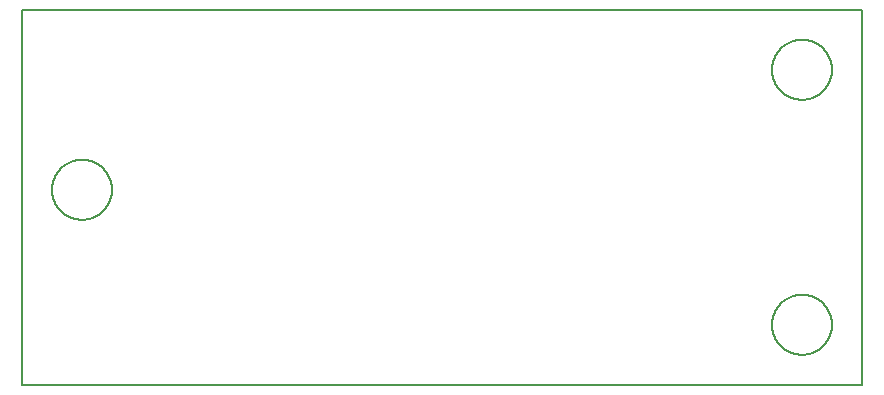
<source format=gbp>
G75*
%MOIN*%
%OFA0B0*%
%FSLAX25Y25*%
%IPPOS*%
%LPD*%
%AMOC8*
5,1,8,0,0,1.08239X$1,22.5*
%
%ADD10C,0.00600*%
%ADD11C,0.00500*%
D10*
X0001300Y0001300D02*
X0281300Y0001300D01*
X0281300Y0126300D01*
X0001300Y0126300D01*
X0001300Y0001300D01*
D11*
X0011300Y0066300D02*
X0011303Y0066545D01*
X0011312Y0066791D01*
X0011327Y0067036D01*
X0011348Y0067280D01*
X0011375Y0067524D01*
X0011408Y0067767D01*
X0011447Y0068010D01*
X0011492Y0068251D01*
X0011543Y0068491D01*
X0011600Y0068730D01*
X0011662Y0068967D01*
X0011731Y0069203D01*
X0011805Y0069437D01*
X0011885Y0069669D01*
X0011970Y0069899D01*
X0012061Y0070127D01*
X0012158Y0070352D01*
X0012260Y0070576D01*
X0012368Y0070796D01*
X0012481Y0071014D01*
X0012599Y0071229D01*
X0012723Y0071441D01*
X0012851Y0071650D01*
X0012985Y0071856D01*
X0013124Y0072058D01*
X0013268Y0072257D01*
X0013417Y0072452D01*
X0013570Y0072644D01*
X0013728Y0072832D01*
X0013890Y0073016D01*
X0014058Y0073195D01*
X0014229Y0073371D01*
X0014405Y0073542D01*
X0014584Y0073710D01*
X0014768Y0073872D01*
X0014956Y0074030D01*
X0015148Y0074183D01*
X0015343Y0074332D01*
X0015542Y0074476D01*
X0015744Y0074615D01*
X0015950Y0074749D01*
X0016159Y0074877D01*
X0016371Y0075001D01*
X0016586Y0075119D01*
X0016804Y0075232D01*
X0017024Y0075340D01*
X0017248Y0075442D01*
X0017473Y0075539D01*
X0017701Y0075630D01*
X0017931Y0075715D01*
X0018163Y0075795D01*
X0018397Y0075869D01*
X0018633Y0075938D01*
X0018870Y0076000D01*
X0019109Y0076057D01*
X0019349Y0076108D01*
X0019590Y0076153D01*
X0019833Y0076192D01*
X0020076Y0076225D01*
X0020320Y0076252D01*
X0020564Y0076273D01*
X0020809Y0076288D01*
X0021055Y0076297D01*
X0021300Y0076300D01*
X0021545Y0076297D01*
X0021791Y0076288D01*
X0022036Y0076273D01*
X0022280Y0076252D01*
X0022524Y0076225D01*
X0022767Y0076192D01*
X0023010Y0076153D01*
X0023251Y0076108D01*
X0023491Y0076057D01*
X0023730Y0076000D01*
X0023967Y0075938D01*
X0024203Y0075869D01*
X0024437Y0075795D01*
X0024669Y0075715D01*
X0024899Y0075630D01*
X0025127Y0075539D01*
X0025352Y0075442D01*
X0025576Y0075340D01*
X0025796Y0075232D01*
X0026014Y0075119D01*
X0026229Y0075001D01*
X0026441Y0074877D01*
X0026650Y0074749D01*
X0026856Y0074615D01*
X0027058Y0074476D01*
X0027257Y0074332D01*
X0027452Y0074183D01*
X0027644Y0074030D01*
X0027832Y0073872D01*
X0028016Y0073710D01*
X0028195Y0073542D01*
X0028371Y0073371D01*
X0028542Y0073195D01*
X0028710Y0073016D01*
X0028872Y0072832D01*
X0029030Y0072644D01*
X0029183Y0072452D01*
X0029332Y0072257D01*
X0029476Y0072058D01*
X0029615Y0071856D01*
X0029749Y0071650D01*
X0029877Y0071441D01*
X0030001Y0071229D01*
X0030119Y0071014D01*
X0030232Y0070796D01*
X0030340Y0070576D01*
X0030442Y0070352D01*
X0030539Y0070127D01*
X0030630Y0069899D01*
X0030715Y0069669D01*
X0030795Y0069437D01*
X0030869Y0069203D01*
X0030938Y0068967D01*
X0031000Y0068730D01*
X0031057Y0068491D01*
X0031108Y0068251D01*
X0031153Y0068010D01*
X0031192Y0067767D01*
X0031225Y0067524D01*
X0031252Y0067280D01*
X0031273Y0067036D01*
X0031288Y0066791D01*
X0031297Y0066545D01*
X0031300Y0066300D01*
X0031297Y0066055D01*
X0031288Y0065809D01*
X0031273Y0065564D01*
X0031252Y0065320D01*
X0031225Y0065076D01*
X0031192Y0064833D01*
X0031153Y0064590D01*
X0031108Y0064349D01*
X0031057Y0064109D01*
X0031000Y0063870D01*
X0030938Y0063633D01*
X0030869Y0063397D01*
X0030795Y0063163D01*
X0030715Y0062931D01*
X0030630Y0062701D01*
X0030539Y0062473D01*
X0030442Y0062248D01*
X0030340Y0062024D01*
X0030232Y0061804D01*
X0030119Y0061586D01*
X0030001Y0061371D01*
X0029877Y0061159D01*
X0029749Y0060950D01*
X0029615Y0060744D01*
X0029476Y0060542D01*
X0029332Y0060343D01*
X0029183Y0060148D01*
X0029030Y0059956D01*
X0028872Y0059768D01*
X0028710Y0059584D01*
X0028542Y0059405D01*
X0028371Y0059229D01*
X0028195Y0059058D01*
X0028016Y0058890D01*
X0027832Y0058728D01*
X0027644Y0058570D01*
X0027452Y0058417D01*
X0027257Y0058268D01*
X0027058Y0058124D01*
X0026856Y0057985D01*
X0026650Y0057851D01*
X0026441Y0057723D01*
X0026229Y0057599D01*
X0026014Y0057481D01*
X0025796Y0057368D01*
X0025576Y0057260D01*
X0025352Y0057158D01*
X0025127Y0057061D01*
X0024899Y0056970D01*
X0024669Y0056885D01*
X0024437Y0056805D01*
X0024203Y0056731D01*
X0023967Y0056662D01*
X0023730Y0056600D01*
X0023491Y0056543D01*
X0023251Y0056492D01*
X0023010Y0056447D01*
X0022767Y0056408D01*
X0022524Y0056375D01*
X0022280Y0056348D01*
X0022036Y0056327D01*
X0021791Y0056312D01*
X0021545Y0056303D01*
X0021300Y0056300D01*
X0021055Y0056303D01*
X0020809Y0056312D01*
X0020564Y0056327D01*
X0020320Y0056348D01*
X0020076Y0056375D01*
X0019833Y0056408D01*
X0019590Y0056447D01*
X0019349Y0056492D01*
X0019109Y0056543D01*
X0018870Y0056600D01*
X0018633Y0056662D01*
X0018397Y0056731D01*
X0018163Y0056805D01*
X0017931Y0056885D01*
X0017701Y0056970D01*
X0017473Y0057061D01*
X0017248Y0057158D01*
X0017024Y0057260D01*
X0016804Y0057368D01*
X0016586Y0057481D01*
X0016371Y0057599D01*
X0016159Y0057723D01*
X0015950Y0057851D01*
X0015744Y0057985D01*
X0015542Y0058124D01*
X0015343Y0058268D01*
X0015148Y0058417D01*
X0014956Y0058570D01*
X0014768Y0058728D01*
X0014584Y0058890D01*
X0014405Y0059058D01*
X0014229Y0059229D01*
X0014058Y0059405D01*
X0013890Y0059584D01*
X0013728Y0059768D01*
X0013570Y0059956D01*
X0013417Y0060148D01*
X0013268Y0060343D01*
X0013124Y0060542D01*
X0012985Y0060744D01*
X0012851Y0060950D01*
X0012723Y0061159D01*
X0012599Y0061371D01*
X0012481Y0061586D01*
X0012368Y0061804D01*
X0012260Y0062024D01*
X0012158Y0062248D01*
X0012061Y0062473D01*
X0011970Y0062701D01*
X0011885Y0062931D01*
X0011805Y0063163D01*
X0011731Y0063397D01*
X0011662Y0063633D01*
X0011600Y0063870D01*
X0011543Y0064109D01*
X0011492Y0064349D01*
X0011447Y0064590D01*
X0011408Y0064833D01*
X0011375Y0065076D01*
X0011348Y0065320D01*
X0011327Y0065564D01*
X0011312Y0065809D01*
X0011303Y0066055D01*
X0011300Y0066300D01*
X0251300Y0106300D02*
X0251303Y0106545D01*
X0251312Y0106791D01*
X0251327Y0107036D01*
X0251348Y0107280D01*
X0251375Y0107524D01*
X0251408Y0107767D01*
X0251447Y0108010D01*
X0251492Y0108251D01*
X0251543Y0108491D01*
X0251600Y0108730D01*
X0251662Y0108967D01*
X0251731Y0109203D01*
X0251805Y0109437D01*
X0251885Y0109669D01*
X0251970Y0109899D01*
X0252061Y0110127D01*
X0252158Y0110352D01*
X0252260Y0110576D01*
X0252368Y0110796D01*
X0252481Y0111014D01*
X0252599Y0111229D01*
X0252723Y0111441D01*
X0252851Y0111650D01*
X0252985Y0111856D01*
X0253124Y0112058D01*
X0253268Y0112257D01*
X0253417Y0112452D01*
X0253570Y0112644D01*
X0253728Y0112832D01*
X0253890Y0113016D01*
X0254058Y0113195D01*
X0254229Y0113371D01*
X0254405Y0113542D01*
X0254584Y0113710D01*
X0254768Y0113872D01*
X0254956Y0114030D01*
X0255148Y0114183D01*
X0255343Y0114332D01*
X0255542Y0114476D01*
X0255744Y0114615D01*
X0255950Y0114749D01*
X0256159Y0114877D01*
X0256371Y0115001D01*
X0256586Y0115119D01*
X0256804Y0115232D01*
X0257024Y0115340D01*
X0257248Y0115442D01*
X0257473Y0115539D01*
X0257701Y0115630D01*
X0257931Y0115715D01*
X0258163Y0115795D01*
X0258397Y0115869D01*
X0258633Y0115938D01*
X0258870Y0116000D01*
X0259109Y0116057D01*
X0259349Y0116108D01*
X0259590Y0116153D01*
X0259833Y0116192D01*
X0260076Y0116225D01*
X0260320Y0116252D01*
X0260564Y0116273D01*
X0260809Y0116288D01*
X0261055Y0116297D01*
X0261300Y0116300D01*
X0261545Y0116297D01*
X0261791Y0116288D01*
X0262036Y0116273D01*
X0262280Y0116252D01*
X0262524Y0116225D01*
X0262767Y0116192D01*
X0263010Y0116153D01*
X0263251Y0116108D01*
X0263491Y0116057D01*
X0263730Y0116000D01*
X0263967Y0115938D01*
X0264203Y0115869D01*
X0264437Y0115795D01*
X0264669Y0115715D01*
X0264899Y0115630D01*
X0265127Y0115539D01*
X0265352Y0115442D01*
X0265576Y0115340D01*
X0265796Y0115232D01*
X0266014Y0115119D01*
X0266229Y0115001D01*
X0266441Y0114877D01*
X0266650Y0114749D01*
X0266856Y0114615D01*
X0267058Y0114476D01*
X0267257Y0114332D01*
X0267452Y0114183D01*
X0267644Y0114030D01*
X0267832Y0113872D01*
X0268016Y0113710D01*
X0268195Y0113542D01*
X0268371Y0113371D01*
X0268542Y0113195D01*
X0268710Y0113016D01*
X0268872Y0112832D01*
X0269030Y0112644D01*
X0269183Y0112452D01*
X0269332Y0112257D01*
X0269476Y0112058D01*
X0269615Y0111856D01*
X0269749Y0111650D01*
X0269877Y0111441D01*
X0270001Y0111229D01*
X0270119Y0111014D01*
X0270232Y0110796D01*
X0270340Y0110576D01*
X0270442Y0110352D01*
X0270539Y0110127D01*
X0270630Y0109899D01*
X0270715Y0109669D01*
X0270795Y0109437D01*
X0270869Y0109203D01*
X0270938Y0108967D01*
X0271000Y0108730D01*
X0271057Y0108491D01*
X0271108Y0108251D01*
X0271153Y0108010D01*
X0271192Y0107767D01*
X0271225Y0107524D01*
X0271252Y0107280D01*
X0271273Y0107036D01*
X0271288Y0106791D01*
X0271297Y0106545D01*
X0271300Y0106300D01*
X0271297Y0106055D01*
X0271288Y0105809D01*
X0271273Y0105564D01*
X0271252Y0105320D01*
X0271225Y0105076D01*
X0271192Y0104833D01*
X0271153Y0104590D01*
X0271108Y0104349D01*
X0271057Y0104109D01*
X0271000Y0103870D01*
X0270938Y0103633D01*
X0270869Y0103397D01*
X0270795Y0103163D01*
X0270715Y0102931D01*
X0270630Y0102701D01*
X0270539Y0102473D01*
X0270442Y0102248D01*
X0270340Y0102024D01*
X0270232Y0101804D01*
X0270119Y0101586D01*
X0270001Y0101371D01*
X0269877Y0101159D01*
X0269749Y0100950D01*
X0269615Y0100744D01*
X0269476Y0100542D01*
X0269332Y0100343D01*
X0269183Y0100148D01*
X0269030Y0099956D01*
X0268872Y0099768D01*
X0268710Y0099584D01*
X0268542Y0099405D01*
X0268371Y0099229D01*
X0268195Y0099058D01*
X0268016Y0098890D01*
X0267832Y0098728D01*
X0267644Y0098570D01*
X0267452Y0098417D01*
X0267257Y0098268D01*
X0267058Y0098124D01*
X0266856Y0097985D01*
X0266650Y0097851D01*
X0266441Y0097723D01*
X0266229Y0097599D01*
X0266014Y0097481D01*
X0265796Y0097368D01*
X0265576Y0097260D01*
X0265352Y0097158D01*
X0265127Y0097061D01*
X0264899Y0096970D01*
X0264669Y0096885D01*
X0264437Y0096805D01*
X0264203Y0096731D01*
X0263967Y0096662D01*
X0263730Y0096600D01*
X0263491Y0096543D01*
X0263251Y0096492D01*
X0263010Y0096447D01*
X0262767Y0096408D01*
X0262524Y0096375D01*
X0262280Y0096348D01*
X0262036Y0096327D01*
X0261791Y0096312D01*
X0261545Y0096303D01*
X0261300Y0096300D01*
X0261055Y0096303D01*
X0260809Y0096312D01*
X0260564Y0096327D01*
X0260320Y0096348D01*
X0260076Y0096375D01*
X0259833Y0096408D01*
X0259590Y0096447D01*
X0259349Y0096492D01*
X0259109Y0096543D01*
X0258870Y0096600D01*
X0258633Y0096662D01*
X0258397Y0096731D01*
X0258163Y0096805D01*
X0257931Y0096885D01*
X0257701Y0096970D01*
X0257473Y0097061D01*
X0257248Y0097158D01*
X0257024Y0097260D01*
X0256804Y0097368D01*
X0256586Y0097481D01*
X0256371Y0097599D01*
X0256159Y0097723D01*
X0255950Y0097851D01*
X0255744Y0097985D01*
X0255542Y0098124D01*
X0255343Y0098268D01*
X0255148Y0098417D01*
X0254956Y0098570D01*
X0254768Y0098728D01*
X0254584Y0098890D01*
X0254405Y0099058D01*
X0254229Y0099229D01*
X0254058Y0099405D01*
X0253890Y0099584D01*
X0253728Y0099768D01*
X0253570Y0099956D01*
X0253417Y0100148D01*
X0253268Y0100343D01*
X0253124Y0100542D01*
X0252985Y0100744D01*
X0252851Y0100950D01*
X0252723Y0101159D01*
X0252599Y0101371D01*
X0252481Y0101586D01*
X0252368Y0101804D01*
X0252260Y0102024D01*
X0252158Y0102248D01*
X0252061Y0102473D01*
X0251970Y0102701D01*
X0251885Y0102931D01*
X0251805Y0103163D01*
X0251731Y0103397D01*
X0251662Y0103633D01*
X0251600Y0103870D01*
X0251543Y0104109D01*
X0251492Y0104349D01*
X0251447Y0104590D01*
X0251408Y0104833D01*
X0251375Y0105076D01*
X0251348Y0105320D01*
X0251327Y0105564D01*
X0251312Y0105809D01*
X0251303Y0106055D01*
X0251300Y0106300D01*
X0251300Y0021300D02*
X0251303Y0021545D01*
X0251312Y0021791D01*
X0251327Y0022036D01*
X0251348Y0022280D01*
X0251375Y0022524D01*
X0251408Y0022767D01*
X0251447Y0023010D01*
X0251492Y0023251D01*
X0251543Y0023491D01*
X0251600Y0023730D01*
X0251662Y0023967D01*
X0251731Y0024203D01*
X0251805Y0024437D01*
X0251885Y0024669D01*
X0251970Y0024899D01*
X0252061Y0025127D01*
X0252158Y0025352D01*
X0252260Y0025576D01*
X0252368Y0025796D01*
X0252481Y0026014D01*
X0252599Y0026229D01*
X0252723Y0026441D01*
X0252851Y0026650D01*
X0252985Y0026856D01*
X0253124Y0027058D01*
X0253268Y0027257D01*
X0253417Y0027452D01*
X0253570Y0027644D01*
X0253728Y0027832D01*
X0253890Y0028016D01*
X0254058Y0028195D01*
X0254229Y0028371D01*
X0254405Y0028542D01*
X0254584Y0028710D01*
X0254768Y0028872D01*
X0254956Y0029030D01*
X0255148Y0029183D01*
X0255343Y0029332D01*
X0255542Y0029476D01*
X0255744Y0029615D01*
X0255950Y0029749D01*
X0256159Y0029877D01*
X0256371Y0030001D01*
X0256586Y0030119D01*
X0256804Y0030232D01*
X0257024Y0030340D01*
X0257248Y0030442D01*
X0257473Y0030539D01*
X0257701Y0030630D01*
X0257931Y0030715D01*
X0258163Y0030795D01*
X0258397Y0030869D01*
X0258633Y0030938D01*
X0258870Y0031000D01*
X0259109Y0031057D01*
X0259349Y0031108D01*
X0259590Y0031153D01*
X0259833Y0031192D01*
X0260076Y0031225D01*
X0260320Y0031252D01*
X0260564Y0031273D01*
X0260809Y0031288D01*
X0261055Y0031297D01*
X0261300Y0031300D01*
X0261545Y0031297D01*
X0261791Y0031288D01*
X0262036Y0031273D01*
X0262280Y0031252D01*
X0262524Y0031225D01*
X0262767Y0031192D01*
X0263010Y0031153D01*
X0263251Y0031108D01*
X0263491Y0031057D01*
X0263730Y0031000D01*
X0263967Y0030938D01*
X0264203Y0030869D01*
X0264437Y0030795D01*
X0264669Y0030715D01*
X0264899Y0030630D01*
X0265127Y0030539D01*
X0265352Y0030442D01*
X0265576Y0030340D01*
X0265796Y0030232D01*
X0266014Y0030119D01*
X0266229Y0030001D01*
X0266441Y0029877D01*
X0266650Y0029749D01*
X0266856Y0029615D01*
X0267058Y0029476D01*
X0267257Y0029332D01*
X0267452Y0029183D01*
X0267644Y0029030D01*
X0267832Y0028872D01*
X0268016Y0028710D01*
X0268195Y0028542D01*
X0268371Y0028371D01*
X0268542Y0028195D01*
X0268710Y0028016D01*
X0268872Y0027832D01*
X0269030Y0027644D01*
X0269183Y0027452D01*
X0269332Y0027257D01*
X0269476Y0027058D01*
X0269615Y0026856D01*
X0269749Y0026650D01*
X0269877Y0026441D01*
X0270001Y0026229D01*
X0270119Y0026014D01*
X0270232Y0025796D01*
X0270340Y0025576D01*
X0270442Y0025352D01*
X0270539Y0025127D01*
X0270630Y0024899D01*
X0270715Y0024669D01*
X0270795Y0024437D01*
X0270869Y0024203D01*
X0270938Y0023967D01*
X0271000Y0023730D01*
X0271057Y0023491D01*
X0271108Y0023251D01*
X0271153Y0023010D01*
X0271192Y0022767D01*
X0271225Y0022524D01*
X0271252Y0022280D01*
X0271273Y0022036D01*
X0271288Y0021791D01*
X0271297Y0021545D01*
X0271300Y0021300D01*
X0271297Y0021055D01*
X0271288Y0020809D01*
X0271273Y0020564D01*
X0271252Y0020320D01*
X0271225Y0020076D01*
X0271192Y0019833D01*
X0271153Y0019590D01*
X0271108Y0019349D01*
X0271057Y0019109D01*
X0271000Y0018870D01*
X0270938Y0018633D01*
X0270869Y0018397D01*
X0270795Y0018163D01*
X0270715Y0017931D01*
X0270630Y0017701D01*
X0270539Y0017473D01*
X0270442Y0017248D01*
X0270340Y0017024D01*
X0270232Y0016804D01*
X0270119Y0016586D01*
X0270001Y0016371D01*
X0269877Y0016159D01*
X0269749Y0015950D01*
X0269615Y0015744D01*
X0269476Y0015542D01*
X0269332Y0015343D01*
X0269183Y0015148D01*
X0269030Y0014956D01*
X0268872Y0014768D01*
X0268710Y0014584D01*
X0268542Y0014405D01*
X0268371Y0014229D01*
X0268195Y0014058D01*
X0268016Y0013890D01*
X0267832Y0013728D01*
X0267644Y0013570D01*
X0267452Y0013417D01*
X0267257Y0013268D01*
X0267058Y0013124D01*
X0266856Y0012985D01*
X0266650Y0012851D01*
X0266441Y0012723D01*
X0266229Y0012599D01*
X0266014Y0012481D01*
X0265796Y0012368D01*
X0265576Y0012260D01*
X0265352Y0012158D01*
X0265127Y0012061D01*
X0264899Y0011970D01*
X0264669Y0011885D01*
X0264437Y0011805D01*
X0264203Y0011731D01*
X0263967Y0011662D01*
X0263730Y0011600D01*
X0263491Y0011543D01*
X0263251Y0011492D01*
X0263010Y0011447D01*
X0262767Y0011408D01*
X0262524Y0011375D01*
X0262280Y0011348D01*
X0262036Y0011327D01*
X0261791Y0011312D01*
X0261545Y0011303D01*
X0261300Y0011300D01*
X0261055Y0011303D01*
X0260809Y0011312D01*
X0260564Y0011327D01*
X0260320Y0011348D01*
X0260076Y0011375D01*
X0259833Y0011408D01*
X0259590Y0011447D01*
X0259349Y0011492D01*
X0259109Y0011543D01*
X0258870Y0011600D01*
X0258633Y0011662D01*
X0258397Y0011731D01*
X0258163Y0011805D01*
X0257931Y0011885D01*
X0257701Y0011970D01*
X0257473Y0012061D01*
X0257248Y0012158D01*
X0257024Y0012260D01*
X0256804Y0012368D01*
X0256586Y0012481D01*
X0256371Y0012599D01*
X0256159Y0012723D01*
X0255950Y0012851D01*
X0255744Y0012985D01*
X0255542Y0013124D01*
X0255343Y0013268D01*
X0255148Y0013417D01*
X0254956Y0013570D01*
X0254768Y0013728D01*
X0254584Y0013890D01*
X0254405Y0014058D01*
X0254229Y0014229D01*
X0254058Y0014405D01*
X0253890Y0014584D01*
X0253728Y0014768D01*
X0253570Y0014956D01*
X0253417Y0015148D01*
X0253268Y0015343D01*
X0253124Y0015542D01*
X0252985Y0015744D01*
X0252851Y0015950D01*
X0252723Y0016159D01*
X0252599Y0016371D01*
X0252481Y0016586D01*
X0252368Y0016804D01*
X0252260Y0017024D01*
X0252158Y0017248D01*
X0252061Y0017473D01*
X0251970Y0017701D01*
X0251885Y0017931D01*
X0251805Y0018163D01*
X0251731Y0018397D01*
X0251662Y0018633D01*
X0251600Y0018870D01*
X0251543Y0019109D01*
X0251492Y0019349D01*
X0251447Y0019590D01*
X0251408Y0019833D01*
X0251375Y0020076D01*
X0251348Y0020320D01*
X0251327Y0020564D01*
X0251312Y0020809D01*
X0251303Y0021055D01*
X0251300Y0021300D01*
M02*

</source>
